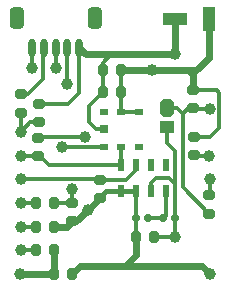
<source format=gtl>
G04 Layer_Physical_Order=1*
G04 Layer_Color=255*
%FSLAX25Y25*%
%MOIN*%
G70*
G01*
G75*
G04:AMPARAMS|DCode=10|XSize=39.37mil|YSize=31.5mil|CornerRadius=7.87mil|HoleSize=0mil|Usage=FLASHONLY|Rotation=90.000|XOffset=0mil|YOffset=0mil|HoleType=Round|Shape=RoundedRectangle|*
%AMROUNDEDRECTD10*
21,1,0.03937,0.01575,0,0,90.0*
21,1,0.02362,0.03150,0,0,90.0*
1,1,0.01575,0.00787,0.01181*
1,1,0.01575,0.00787,-0.01181*
1,1,0.01575,-0.00787,-0.01181*
1,1,0.01575,-0.00787,0.01181*
%
%ADD10ROUNDEDRECTD10*%
G04:AMPARAMS|DCode=11|XSize=39.37mil|YSize=31.5mil|CornerRadius=7.87mil|HoleSize=0mil|Usage=FLASHONLY|Rotation=180.000|XOffset=0mil|YOffset=0mil|HoleType=Round|Shape=RoundedRectangle|*
%AMROUNDEDRECTD11*
21,1,0.03937,0.01575,0,0,180.0*
21,1,0.02362,0.03150,0,0,180.0*
1,1,0.01575,-0.01181,0.00787*
1,1,0.01575,0.01181,0.00787*
1,1,0.01575,0.01181,-0.00787*
1,1,0.01575,-0.01181,-0.00787*
%
%ADD11ROUNDEDRECTD11*%
%ADD12R,0.04724X0.03937*%
G04:AMPARAMS|DCode=13|XSize=62.99mil|YSize=47.24mil|CornerRadius=0mil|HoleSize=0mil|Usage=FLASHONLY|Rotation=90.000|XOffset=0mil|YOffset=0mil|HoleType=Round|Shape=Octagon|*
%AMOCTAGOND13*
4,1,8,0.01181,0.03150,-0.01181,0.03150,-0.02362,0.01968,-0.02362,-0.01968,-0.01181,-0.03150,0.01181,-0.03150,0.02362,-0.01968,0.02362,0.01968,0.01181,0.03150,0.0*
%
%ADD13OCTAGOND13*%

%ADD14R,0.02756X0.02362*%
%ADD15R,0.02756X0.03150*%
%ADD16R,0.01968X0.03937*%
G04:AMPARAMS|DCode=17|XSize=23.62mil|YSize=23.62mil|CornerRadius=5.91mil|HoleSize=0mil|Usage=FLASHONLY|Rotation=270.000|XOffset=0mil|YOffset=0mil|HoleType=Round|Shape=RoundedRectangle|*
%AMROUNDEDRECTD17*
21,1,0.02362,0.01181,0,0,270.0*
21,1,0.01181,0.02362,0,0,270.0*
1,1,0.01181,-0.00591,-0.00591*
1,1,0.01181,-0.00591,0.00591*
1,1,0.01181,0.00591,0.00591*
1,1,0.01181,0.00591,-0.00591*
%
%ADD17ROUNDEDRECTD17*%
%ADD18R,0.07874X0.03937*%
%ADD19R,0.03937X0.07874*%
G04:AMPARAMS|DCode=20|XSize=47.24mil|YSize=70.87mil|CornerRadius=11.81mil|HoleSize=0mil|Usage=FLASHONLY|Rotation=0.000|XOffset=0mil|YOffset=0mil|HoleType=Round|Shape=RoundedRectangle|*
%AMROUNDEDRECTD20*
21,1,0.04724,0.04724,0,0,0.0*
21,1,0.02362,0.07087,0,0,0.0*
1,1,0.02362,0.01181,-0.02362*
1,1,0.02362,-0.01181,-0.02362*
1,1,0.02362,-0.01181,0.02362*
1,1,0.02362,0.01181,0.02362*
%
%ADD20ROUNDEDRECTD20*%
%ADD21O,0.02362X0.06102*%
%ADD22C,0.01575*%
%ADD23C,0.02362*%
%ADD24C,0.01181*%
%ADD25C,0.03937*%
D10*
X525295Y263681D02*
D03*
X519193D02*
D03*
X525197Y271555D02*
D03*
X519095D02*
D03*
X519193Y255807D02*
D03*
X525295D02*
D03*
X525295Y247933D02*
D03*
X531398D02*
D03*
X558661Y260236D02*
D03*
X552559D02*
D03*
X541535Y308465D02*
D03*
X547638D02*
D03*
X541535Y315748D02*
D03*
X547638D02*
D03*
D11*
X514272Y307776D02*
D03*
Y301673D02*
D03*
X520177Y298425D02*
D03*
Y304528D02*
D03*
X531299Y265453D02*
D03*
Y271555D02*
D03*
X577067Y274114D02*
D03*
Y268012D02*
D03*
X571949Y293602D02*
D03*
Y287500D02*
D03*
X571752Y309154D02*
D03*
Y303051D02*
D03*
X520079Y293209D02*
D03*
Y287106D02*
D03*
X540453Y273130D02*
D03*
Y279232D02*
D03*
D12*
X562894Y296752D02*
D03*
D13*
Y303051D02*
D03*
D14*
X541831Y301969D02*
D03*
X547736D02*
D03*
X553642D02*
D03*
Y290158D02*
D03*
X541831D02*
D03*
X547736Y290158D02*
D03*
D15*
X541831Y296063D02*
D03*
D16*
X547736Y275394D02*
D03*
Y284055D02*
D03*
X552658D02*
D03*
X557579D02*
D03*
X562500D02*
D03*
Y275394D02*
D03*
X557579D02*
D03*
X552658D02*
D03*
D17*
X561713Y266437D02*
D03*
X565650D02*
D03*
X552559D02*
D03*
X556496D02*
D03*
D18*
X565551Y332776D02*
D03*
D19*
X576772D02*
D03*
D20*
X512795Y333169D02*
D03*
X538779D02*
D03*
D21*
X517913Y323228D02*
D03*
X521850D02*
D03*
X533661Y323248D02*
D03*
X529724Y323228D02*
D03*
X525787D02*
D03*
D22*
X540453Y273130D02*
X542717Y275394D01*
X547736D01*
X552658D01*
D23*
X536500Y269200D02*
X536523D01*
X540453Y273130D01*
X532753Y265453D02*
X536500Y269200D01*
X531299Y265453D02*
X532753D01*
X529528Y263681D02*
X531299Y265453D01*
X525295Y263681D02*
X529528D01*
X549016Y250492D02*
X574606D01*
X533957D02*
X549016D01*
X552559Y254035D01*
Y260236D01*
X574606Y250492D02*
X577165Y247933D01*
X531398D02*
X533957Y250492D01*
X514076Y247932D02*
X525294D01*
X525295Y247933D02*
Y255807D01*
X572591Y315800D02*
X576772Y319980D01*
Y332776D01*
X571752Y309154D02*
Y314324D01*
X570276Y315800D02*
X571752Y314324D01*
X557800Y315800D02*
X570276D01*
X572591D01*
X565551Y321161D02*
Y332776D01*
Y321161D02*
X565650Y321063D01*
X533661Y323248D02*
X535847Y321063D01*
X544390D01*
X565650D01*
X547690Y315800D02*
X557800D01*
X547638Y315748D02*
X547690Y315800D01*
D24*
X565650Y260236D02*
X565650Y260236D01*
X565650Y260236D02*
Y266437D01*
X558661Y260236D02*
X565650D01*
X565551Y332776D02*
X565650Y332677D01*
X517913Y323228D02*
X517913Y323228D01*
Y316535D02*
Y323228D01*
X541732Y290059D02*
X541831Y290158D01*
X527854Y290059D02*
X541732D01*
X565650Y277854D02*
Y288878D01*
X562894Y291634D02*
X565650Y288878D01*
X562894Y291634D02*
Y296752D01*
X536811Y303740D02*
X541535Y308465D01*
X536811Y298524D02*
Y303740D01*
Y298524D02*
X539272Y296063D01*
X541831D01*
X568209Y301181D02*
X570079Y303051D01*
X571752D01*
X562894Y303051D02*
X566339D01*
X568209Y301181D01*
Y276870D02*
Y301181D01*
X547638Y308465D02*
Y315748D01*
Y308465D02*
X547736Y308366D01*
Y301969D02*
Y308366D01*
Y301969D02*
X553642D01*
X541535Y308465D02*
Y315748D01*
X565650Y266437D02*
Y277854D01*
X563681Y279823D02*
X565650Y277854D01*
X559252Y279823D02*
X563681D01*
X557579Y278150D02*
X559252Y279823D01*
X557579Y275394D02*
Y278150D01*
X568209Y276870D02*
X577067Y268012D01*
X552559Y260236D02*
Y266437D01*
X561713D02*
X562500Y267224D01*
Y275394D01*
X556496Y266437D02*
X561713D01*
X552559D02*
X552658Y266535D01*
Y275394D01*
X523622Y284055D02*
X547736D01*
X520446Y287231D02*
X523622Y284055D01*
X531299Y271555D02*
Y276083D01*
X525197Y271555D02*
X531299D01*
X519071Y271532D02*
X519095Y271555D01*
X514295Y271532D02*
X519071D01*
X519143Y263632D02*
X519193Y263681D01*
X514124Y263632D02*
X519143D01*
X552658Y282480D02*
Y284055D01*
X549409Y279232D02*
X552658Y282480D01*
X540453Y279232D02*
X549409D01*
X540253Y279432D02*
X540453Y279232D01*
X514269Y279432D02*
X540253D01*
X514217Y295232D02*
X517411Y298425D01*
X520177D01*
X577067Y274114D02*
X577161Y274209D01*
Y279532D01*
X525787Y316634D02*
Y323228D01*
X521752Y312894D02*
Y323130D01*
X516634Y307776D02*
X521752Y312894D01*
X514272Y307776D02*
X516634D01*
X514217Y301619D02*
X514272Y301673D01*
X514217Y295232D02*
Y301619D01*
X521752Y323130D02*
X521850Y323228D01*
X514295Y271532D02*
X514319Y271555D01*
X525294Y247932D02*
X525295Y247933D01*
X525295Y247933D02*
X525295Y247933D01*
X514124Y255807D02*
X519193D01*
X514099Y255832D02*
X514124Y255807D01*
X571752Y309154D02*
X579429D01*
X580413Y308169D01*
Y296654D02*
Y308169D01*
X577362Y293602D02*
X580413Y296654D01*
X571949Y293602D02*
X577362D01*
X571654Y287303D02*
X571682Y287332D01*
X571752Y303051D02*
X571772Y303031D01*
X577146D01*
X520470Y293600D02*
X535700D01*
X520079Y293209D02*
X520470Y293600D01*
X547736Y284055D02*
Y290158D01*
X547736Y290158D02*
X547736Y290158D01*
X520177Y304528D02*
X530028D01*
X533661Y308161D01*
Y323248D01*
X529724Y311319D02*
Y323228D01*
X571682Y287332D02*
X576898D01*
X514343Y287231D02*
X520446D01*
X541535Y318209D02*
X544390Y321063D01*
X541535Y315748D02*
Y318209D01*
D25*
X565650Y260236D02*
D03*
X517913Y316535D02*
D03*
X527854Y290059D02*
D03*
X531299Y276083D02*
D03*
X514124Y263632D02*
D03*
X514343Y287231D02*
D03*
X514269Y279432D02*
D03*
X525787Y316634D02*
D03*
X514217Y295232D02*
D03*
X514295Y271532D02*
D03*
X577165Y247933D02*
D03*
X514076Y247932D02*
D03*
X514099Y255832D02*
D03*
X576898Y287332D02*
D03*
X577161Y279532D02*
D03*
X577146Y303031D02*
D03*
X536500Y269200D02*
D03*
X535700Y293600D02*
D03*
X557800Y315800D02*
D03*
X529724Y311319D02*
D03*
X565650Y321063D02*
D03*
M02*

</source>
